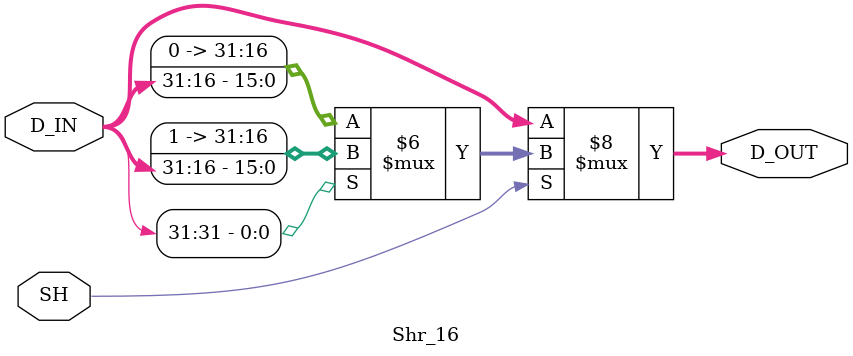
<source format=v>
`timescale 1 ns/1 ns

module Shr_16(SH, D_IN, D_OUT);

	input SH;
	input  [31:0] D_IN;
	output [31:0] D_OUT;
	reg    [31:0] D_OUT;

	// CombLogic
	always @(SH, D_IN) begin
		if(SH == 1'b1) begin
			if(D_IN[31] == 1'b1)
				D_OUT <= {16'hFFFF, D_IN[31:16]};
			else
				D_OUT <= {16'h0, D_IN[31:16]};
		end
		else
			D_OUT <= D_IN;
	end
endmodule
</source>
